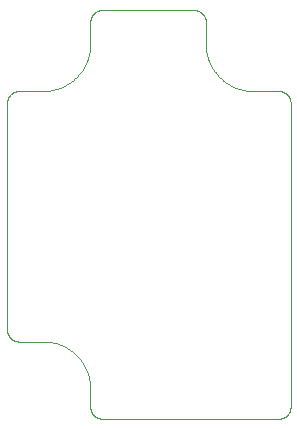
<source format=gbr>
G04 EAGLE Gerber RS-274X export*
G75*
%MOMM*%
%FSLAX34Y34*%
%LPD*%
%INMilling*%
%IPPOS*%
%AMOC8*
5,1,8,0,0,1.08239X$1,22.5*%
G01*
%ADD10C,0.001000*%


D10*
X-39880Y-146130D02*
X-39892Y-145163D01*
X-39927Y-144197D01*
X-39985Y-143233D01*
X-40067Y-142269D01*
X-40172Y-141309D01*
X-40300Y-140350D01*
X-40451Y-139396D01*
X-40625Y-138445D01*
X-40822Y-137499D01*
X-41042Y-136557D01*
X-41285Y-135622D01*
X-41550Y-134692D01*
X-41838Y-133769D01*
X-42148Y-132854D01*
X-42479Y-131946D01*
X-42833Y-131046D01*
X-43208Y-130155D01*
X-43605Y-129274D01*
X-44023Y-128402D01*
X-44462Y-127541D01*
X-44921Y-126691D01*
X-45401Y-125852D01*
X-45901Y-125024D01*
X-46421Y-124209D01*
X-46961Y-123407D01*
X-47519Y-122619D01*
X-48097Y-121843D01*
X-48693Y-121083D01*
X-49307Y-120336D01*
X-49940Y-119605D01*
X-50589Y-118889D01*
X-51256Y-118190D01*
X-51940Y-117506D01*
X-52639Y-116839D01*
X-53355Y-116190D01*
X-54086Y-115557D01*
X-54833Y-114943D01*
X-55593Y-114347D01*
X-56369Y-113769D01*
X-57157Y-113211D01*
X-57959Y-112671D01*
X-58774Y-112151D01*
X-59602Y-111651D01*
X-60441Y-111171D01*
X-61291Y-110712D01*
X-62152Y-110273D01*
X-63024Y-109855D01*
X-63905Y-109458D01*
X-64796Y-109083D01*
X-65696Y-108729D01*
X-66604Y-108398D01*
X-67519Y-108088D01*
X-68442Y-107800D01*
X-69372Y-107535D01*
X-70307Y-107292D01*
X-71249Y-107072D01*
X-72195Y-106875D01*
X-73146Y-106701D01*
X-74100Y-106550D01*
X-75059Y-106422D01*
X-76019Y-106317D01*
X-76983Y-106235D01*
X-77947Y-106177D01*
X-78913Y-106142D01*
X-79880Y-106130D01*
X-39880Y-146130D02*
X-39880Y-161530D01*
X-39877Y-161772D01*
X-39868Y-162013D01*
X-39854Y-162254D01*
X-39833Y-162495D01*
X-39807Y-162735D01*
X-39775Y-162975D01*
X-39737Y-163214D01*
X-39694Y-163451D01*
X-39644Y-163688D01*
X-39589Y-163923D01*
X-39529Y-164157D01*
X-39462Y-164389D01*
X-39391Y-164620D01*
X-39313Y-164849D01*
X-39230Y-165076D01*
X-39142Y-165301D01*
X-39048Y-165524D01*
X-38949Y-165744D01*
X-38844Y-165962D01*
X-38735Y-166177D01*
X-38620Y-166390D01*
X-38500Y-166600D01*
X-38375Y-166806D01*
X-38245Y-167010D01*
X-38110Y-167211D01*
X-37970Y-167408D01*
X-37826Y-167602D01*
X-37677Y-167792D01*
X-37523Y-167978D01*
X-37365Y-168161D01*
X-37203Y-168340D01*
X-37036Y-168515D01*
X-36865Y-168686D01*
X-36690Y-168853D01*
X-36511Y-169015D01*
X-36328Y-169173D01*
X-36142Y-169327D01*
X-35952Y-169476D01*
X-35758Y-169620D01*
X-35561Y-169760D01*
X-35360Y-169895D01*
X-35156Y-170025D01*
X-34950Y-170150D01*
X-34740Y-170270D01*
X-34527Y-170385D01*
X-34312Y-170494D01*
X-34094Y-170599D01*
X-33874Y-170698D01*
X-33651Y-170792D01*
X-33426Y-170880D01*
X-33199Y-170963D01*
X-32970Y-171041D01*
X-32739Y-171112D01*
X-32507Y-171179D01*
X-32273Y-171239D01*
X-32038Y-171294D01*
X-31801Y-171344D01*
X-31564Y-171387D01*
X-31325Y-171425D01*
X-31085Y-171457D01*
X-30845Y-171483D01*
X-30604Y-171504D01*
X-30363Y-171518D01*
X-30122Y-171527D01*
X-29880Y-171530D01*
X119670Y-171530D01*
X119912Y-171527D01*
X120153Y-171518D01*
X120394Y-171504D01*
X120635Y-171483D01*
X120875Y-171457D01*
X121115Y-171425D01*
X121354Y-171387D01*
X121591Y-171344D01*
X121828Y-171294D01*
X122063Y-171239D01*
X122297Y-171179D01*
X122529Y-171112D01*
X122760Y-171041D01*
X122989Y-170963D01*
X123216Y-170880D01*
X123441Y-170792D01*
X123664Y-170698D01*
X123884Y-170599D01*
X124102Y-170494D01*
X124317Y-170385D01*
X124530Y-170270D01*
X124740Y-170150D01*
X124946Y-170025D01*
X125150Y-169895D01*
X125351Y-169760D01*
X125548Y-169620D01*
X125742Y-169476D01*
X125932Y-169327D01*
X126118Y-169173D01*
X126301Y-169015D01*
X126480Y-168853D01*
X126655Y-168686D01*
X126826Y-168515D01*
X126993Y-168340D01*
X127155Y-168161D01*
X127313Y-167978D01*
X127467Y-167792D01*
X127616Y-167602D01*
X127760Y-167408D01*
X127900Y-167211D01*
X128035Y-167010D01*
X128165Y-166806D01*
X128290Y-166600D01*
X128410Y-166390D01*
X128525Y-166177D01*
X128634Y-165962D01*
X128739Y-165744D01*
X128838Y-165524D01*
X128932Y-165301D01*
X129020Y-165076D01*
X129103Y-164849D01*
X129181Y-164620D01*
X129252Y-164389D01*
X129319Y-164157D01*
X129379Y-163923D01*
X129434Y-163688D01*
X129484Y-163451D01*
X129527Y-163214D01*
X129565Y-162975D01*
X129597Y-162735D01*
X129623Y-162495D01*
X129644Y-162254D01*
X129658Y-162013D01*
X129667Y-161772D01*
X129670Y-161530D01*
X129670Y95970D01*
X129667Y96212D01*
X129658Y96453D01*
X129644Y96694D01*
X129623Y96935D01*
X129597Y97175D01*
X129565Y97415D01*
X129527Y97654D01*
X129484Y97891D01*
X129434Y98128D01*
X129379Y98363D01*
X129319Y98597D01*
X129252Y98829D01*
X129181Y99060D01*
X129103Y99289D01*
X129020Y99516D01*
X128932Y99741D01*
X128838Y99964D01*
X128739Y100184D01*
X128634Y100402D01*
X128525Y100617D01*
X128410Y100830D01*
X128290Y101040D01*
X128165Y101246D01*
X128035Y101450D01*
X127900Y101651D01*
X127760Y101848D01*
X127616Y102042D01*
X127467Y102232D01*
X127313Y102418D01*
X127155Y102601D01*
X126993Y102780D01*
X126826Y102955D01*
X126655Y103126D01*
X126480Y103293D01*
X126301Y103455D01*
X126118Y103613D01*
X125932Y103767D01*
X125742Y103916D01*
X125548Y104060D01*
X125351Y104200D01*
X125150Y104335D01*
X124946Y104465D01*
X124740Y104590D01*
X124530Y104710D01*
X124317Y104825D01*
X124102Y104934D01*
X123884Y105039D01*
X123664Y105138D01*
X123441Y105232D01*
X123216Y105320D01*
X122989Y105403D01*
X122760Y105481D01*
X122529Y105552D01*
X122297Y105619D01*
X122063Y105679D01*
X121828Y105734D01*
X121591Y105784D01*
X121354Y105827D01*
X121115Y105865D01*
X120875Y105897D01*
X120635Y105923D01*
X120394Y105944D01*
X120153Y105958D01*
X119912Y105967D01*
X119670Y105970D01*
X97920Y105970D01*
X96953Y105982D01*
X95987Y106017D01*
X95023Y106075D01*
X94059Y106157D01*
X93099Y106262D01*
X92140Y106390D01*
X91186Y106541D01*
X90235Y106715D01*
X89289Y106912D01*
X88347Y107132D01*
X87412Y107375D01*
X86482Y107640D01*
X85559Y107928D01*
X84644Y108238D01*
X83736Y108569D01*
X82836Y108923D01*
X81945Y109298D01*
X81064Y109695D01*
X80192Y110113D01*
X79331Y110552D01*
X78481Y111011D01*
X77642Y111491D01*
X76814Y111991D01*
X75999Y112511D01*
X75197Y113051D01*
X74409Y113609D01*
X73633Y114187D01*
X72873Y114783D01*
X72126Y115397D01*
X71395Y116030D01*
X70679Y116679D01*
X69980Y117346D01*
X69296Y118030D01*
X68629Y118729D01*
X67980Y119445D01*
X67347Y120176D01*
X66733Y120923D01*
X66137Y121683D01*
X65559Y122459D01*
X65001Y123247D01*
X64461Y124049D01*
X63941Y124864D01*
X63441Y125692D01*
X62961Y126531D01*
X62502Y127381D01*
X62063Y128242D01*
X61645Y129114D01*
X61248Y129995D01*
X60873Y130886D01*
X60519Y131786D01*
X60188Y132694D01*
X59878Y133609D01*
X59590Y134532D01*
X59325Y135462D01*
X59082Y136397D01*
X58862Y137339D01*
X58665Y138285D01*
X58491Y139236D01*
X58340Y140190D01*
X58212Y141149D01*
X58107Y142109D01*
X58025Y143073D01*
X57967Y144037D01*
X57932Y145003D01*
X57920Y145970D01*
X57920Y164470D01*
X57917Y164712D01*
X57908Y164953D01*
X57894Y165194D01*
X57873Y165435D01*
X57847Y165675D01*
X57815Y165915D01*
X57777Y166154D01*
X57734Y166391D01*
X57684Y166628D01*
X57629Y166863D01*
X57569Y167097D01*
X57502Y167329D01*
X57431Y167560D01*
X57353Y167789D01*
X57270Y168016D01*
X57182Y168241D01*
X57088Y168464D01*
X56989Y168684D01*
X56884Y168902D01*
X56775Y169117D01*
X56660Y169330D01*
X56540Y169540D01*
X56415Y169746D01*
X56285Y169950D01*
X56150Y170151D01*
X56010Y170348D01*
X55866Y170542D01*
X55717Y170732D01*
X55563Y170918D01*
X55405Y171101D01*
X55243Y171280D01*
X55076Y171455D01*
X54905Y171626D01*
X54730Y171793D01*
X54551Y171955D01*
X54368Y172113D01*
X54182Y172267D01*
X53992Y172416D01*
X53798Y172560D01*
X53601Y172700D01*
X53400Y172835D01*
X53196Y172965D01*
X52990Y173090D01*
X52780Y173210D01*
X52567Y173325D01*
X52352Y173434D01*
X52134Y173539D01*
X51914Y173638D01*
X51691Y173732D01*
X51466Y173820D01*
X51239Y173903D01*
X51010Y173981D01*
X50779Y174052D01*
X50547Y174119D01*
X50313Y174179D01*
X50078Y174234D01*
X49841Y174284D01*
X49604Y174327D01*
X49365Y174365D01*
X49125Y174397D01*
X48885Y174423D01*
X48644Y174444D01*
X48403Y174458D01*
X48162Y174467D01*
X47920Y174470D01*
X-29880Y174470D01*
X-30122Y174467D01*
X-30363Y174458D01*
X-30604Y174444D01*
X-30845Y174423D01*
X-31085Y174397D01*
X-31325Y174365D01*
X-31564Y174327D01*
X-31801Y174284D01*
X-32038Y174234D01*
X-32273Y174179D01*
X-32507Y174119D01*
X-32739Y174052D01*
X-32970Y173981D01*
X-33199Y173903D01*
X-33426Y173820D01*
X-33651Y173732D01*
X-33874Y173638D01*
X-34094Y173539D01*
X-34312Y173434D01*
X-34527Y173325D01*
X-34740Y173210D01*
X-34950Y173090D01*
X-35156Y172965D01*
X-35360Y172835D01*
X-35561Y172700D01*
X-35758Y172560D01*
X-35952Y172416D01*
X-36142Y172267D01*
X-36328Y172113D01*
X-36511Y171955D01*
X-36690Y171793D01*
X-36865Y171626D01*
X-37036Y171455D01*
X-37203Y171280D01*
X-37365Y171101D01*
X-37523Y170918D01*
X-37677Y170732D01*
X-37826Y170542D01*
X-37970Y170348D01*
X-38110Y170151D01*
X-38245Y169950D01*
X-38375Y169746D01*
X-38500Y169540D01*
X-38620Y169330D01*
X-38735Y169117D01*
X-38844Y168902D01*
X-38949Y168684D01*
X-39048Y168464D01*
X-39142Y168241D01*
X-39230Y168016D01*
X-39313Y167789D01*
X-39391Y167560D01*
X-39462Y167329D01*
X-39529Y167097D01*
X-39589Y166863D01*
X-39644Y166628D01*
X-39694Y166391D01*
X-39737Y166154D01*
X-39775Y165915D01*
X-39807Y165675D01*
X-39833Y165435D01*
X-39854Y165194D01*
X-39868Y164953D01*
X-39877Y164712D01*
X-39880Y164470D01*
X-39880Y145970D01*
X-39892Y145003D01*
X-39927Y144037D01*
X-39985Y143073D01*
X-40067Y142109D01*
X-40172Y141149D01*
X-40300Y140190D01*
X-40451Y139236D01*
X-40625Y138285D01*
X-40822Y137339D01*
X-41042Y136397D01*
X-41285Y135462D01*
X-41550Y134532D01*
X-41838Y133609D01*
X-42148Y132694D01*
X-42479Y131786D01*
X-42833Y130886D01*
X-43208Y129995D01*
X-43605Y129114D01*
X-44023Y128242D01*
X-44462Y127381D01*
X-44921Y126531D01*
X-45401Y125692D01*
X-45901Y124864D01*
X-46421Y124049D01*
X-46961Y123247D01*
X-47519Y122459D01*
X-48097Y121683D01*
X-48693Y120923D01*
X-49307Y120176D01*
X-49940Y119445D01*
X-50589Y118729D01*
X-51256Y118030D01*
X-51940Y117346D01*
X-52639Y116679D01*
X-53355Y116030D01*
X-54086Y115397D01*
X-54833Y114783D01*
X-55593Y114187D01*
X-56369Y113609D01*
X-57157Y113051D01*
X-57959Y112511D01*
X-58774Y111991D01*
X-59602Y111491D01*
X-60441Y111011D01*
X-61291Y110552D01*
X-62152Y110113D01*
X-63024Y109695D01*
X-63905Y109298D01*
X-64796Y108923D01*
X-65696Y108569D01*
X-66604Y108238D01*
X-67519Y107928D01*
X-68442Y107640D01*
X-69372Y107375D01*
X-70307Y107132D01*
X-71249Y106912D01*
X-72195Y106715D01*
X-73146Y106541D01*
X-74100Y106390D01*
X-75059Y106262D01*
X-76019Y106157D01*
X-76983Y106075D01*
X-77947Y106017D01*
X-78913Y105982D01*
X-79880Y105970D01*
X-100330Y105970D01*
X-100572Y105967D01*
X-100813Y105958D01*
X-101054Y105944D01*
X-101295Y105923D01*
X-101535Y105897D01*
X-101775Y105865D01*
X-102014Y105827D01*
X-102251Y105784D01*
X-102488Y105734D01*
X-102723Y105679D01*
X-102957Y105619D01*
X-103189Y105552D01*
X-103420Y105481D01*
X-103649Y105403D01*
X-103876Y105320D01*
X-104101Y105232D01*
X-104324Y105138D01*
X-104544Y105039D01*
X-104762Y104934D01*
X-104977Y104825D01*
X-105190Y104710D01*
X-105400Y104590D01*
X-105606Y104465D01*
X-105810Y104335D01*
X-106011Y104200D01*
X-106208Y104060D01*
X-106402Y103916D01*
X-106592Y103767D01*
X-106778Y103613D01*
X-106961Y103455D01*
X-107140Y103293D01*
X-107315Y103126D01*
X-107486Y102955D01*
X-107653Y102780D01*
X-107815Y102601D01*
X-107973Y102418D01*
X-108127Y102232D01*
X-108276Y102042D01*
X-108420Y101848D01*
X-108560Y101651D01*
X-108695Y101450D01*
X-108825Y101246D01*
X-108950Y101040D01*
X-109070Y100830D01*
X-109185Y100617D01*
X-109294Y100402D01*
X-109399Y100184D01*
X-109498Y99964D01*
X-109592Y99741D01*
X-109680Y99516D01*
X-109763Y99289D01*
X-109841Y99060D01*
X-109912Y98829D01*
X-109979Y98597D01*
X-110039Y98363D01*
X-110094Y98128D01*
X-110144Y97891D01*
X-110187Y97654D01*
X-110225Y97415D01*
X-110257Y97175D01*
X-110283Y96935D01*
X-110304Y96694D01*
X-110318Y96453D01*
X-110327Y96212D01*
X-110330Y95970D01*
X-110330Y-96130D01*
X-110327Y-96372D01*
X-110318Y-96613D01*
X-110304Y-96854D01*
X-110283Y-97095D01*
X-110257Y-97335D01*
X-110225Y-97575D01*
X-110187Y-97814D01*
X-110144Y-98051D01*
X-110094Y-98288D01*
X-110039Y-98523D01*
X-109979Y-98757D01*
X-109912Y-98989D01*
X-109841Y-99220D01*
X-109763Y-99449D01*
X-109680Y-99676D01*
X-109592Y-99901D01*
X-109498Y-100124D01*
X-109399Y-100344D01*
X-109294Y-100562D01*
X-109185Y-100777D01*
X-109070Y-100990D01*
X-108950Y-101200D01*
X-108825Y-101406D01*
X-108695Y-101610D01*
X-108560Y-101811D01*
X-108420Y-102008D01*
X-108276Y-102202D01*
X-108127Y-102392D01*
X-107973Y-102578D01*
X-107815Y-102761D01*
X-107653Y-102940D01*
X-107486Y-103115D01*
X-107315Y-103286D01*
X-107140Y-103453D01*
X-106961Y-103615D01*
X-106778Y-103773D01*
X-106592Y-103927D01*
X-106402Y-104076D01*
X-106208Y-104220D01*
X-106011Y-104360D01*
X-105810Y-104495D01*
X-105606Y-104625D01*
X-105400Y-104750D01*
X-105190Y-104870D01*
X-104977Y-104985D01*
X-104762Y-105094D01*
X-104544Y-105199D01*
X-104324Y-105298D01*
X-104101Y-105392D01*
X-103876Y-105480D01*
X-103649Y-105563D01*
X-103420Y-105641D01*
X-103189Y-105712D01*
X-102957Y-105779D01*
X-102723Y-105839D01*
X-102488Y-105894D01*
X-102251Y-105944D01*
X-102014Y-105987D01*
X-101775Y-106025D01*
X-101535Y-106057D01*
X-101295Y-106083D01*
X-101054Y-106104D01*
X-100813Y-106118D01*
X-100572Y-106127D01*
X-100330Y-106130D01*
X-79880Y-106130D01*
M02*

</source>
